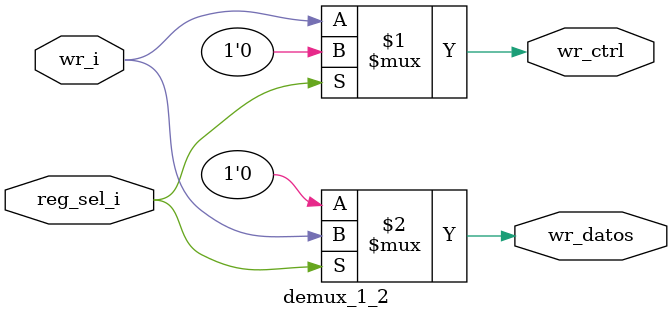
<source format=sv>
`timescale 1ns / 1ps

module demux_1_2 (                               
    input logic      wr_i,             // entrada del demux
    input logic      reg_sel_i,        // selector del demux
    output logic     wr_ctrl,          // primera salida del demux
    output logic     wr_datos);        // segunda salida del demux

//Asigna el valor del wr segun la seleccion que recibe
    assign wr_ctrl  = reg_sel_i ? 1'b0 : wr_i;
    assign wr_datos = reg_sel_i ? wr_i : 1'b0;
    
endmodule

</source>
